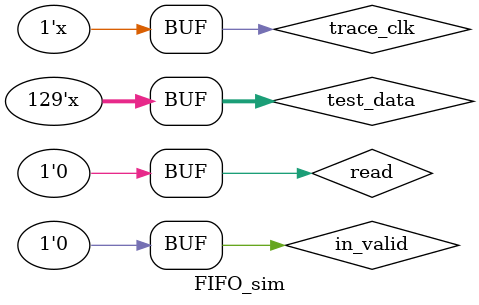
<source format=v>
`timescale 1ns / 1ps


module FIFO_sim;

    reg trace_clk;
    reg in_valid;
    reg[128:0] test_data;
    reg read;
    parameter CYCLE = 1;
    always # (CYCLE) trace_clk=~trace_clk;
    FIFO FF_i(
        .clk(trace_clk),
        .F_i_data(test_data),
        .write_enable(in_valid),
        .read_enable(read)
    );
    
initial begin
    trace_clk = 1;
    in_valid = 1'b0;
    read = 1'b0;
    test_data = 'hX;
    #4
    in_valid = 1'b1;
    test_data = 'h9d00_0101_8000_0000_0000_0000_0000_0000;
    #2
    in_valid = 1'b1;
    test_data = 'hffff_8000_10e8_4f68_9d00_0101_8000_0000;
    #2
    in_valid = 1'b1;
    test_data = 'hffff_8000_10e8_4f68_9d00_0101_8000_0000;
    #2
    in_valid = 1'b1;
    test_data = 'h45500_05601_8000_00560_0050_0000_0000_0000;
    read = 1'b1;
    #2
    in_valid = 1'b0;
    test_data = 'hX;
    read = 1'b0;
end

endmodule

</source>
